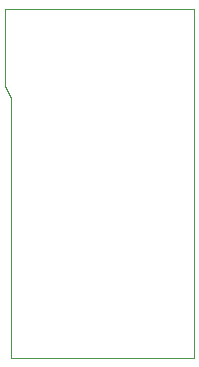
<source format=gbr>
%TF.GenerationSoftware,KiCad,Pcbnew,7.0.7*%
%TF.CreationDate,2023-09-01T15:02:05-05:00*%
%TF.ProjectId,SNES_RGB_BYPASS_AMP,534e4553-5f52-4474-925f-425950415353,rev?*%
%TF.SameCoordinates,Original*%
%TF.FileFunction,Profile,NP*%
%FSLAX46Y46*%
G04 Gerber Fmt 4.6, Leading zero omitted, Abs format (unit mm)*
G04 Created by KiCad (PCBNEW 7.0.7) date 2023-09-01 15:02:05*
%MOMM*%
%LPD*%
G01*
G04 APERTURE LIST*
%TA.AperFunction,Profile*%
%ADD10C,0.100000*%
%TD*%
G04 APERTURE END LIST*
D10*
X142500000Y-99000000D02*
X127500000Y-99000000D01*
X127000000Y-76000000D02*
X127500000Y-77000000D01*
X127000000Y-69500000D02*
X127000000Y-76000000D01*
X143000000Y-69500000D02*
X143000000Y-99000000D01*
X127000000Y-69500000D02*
X143000000Y-69500000D01*
X143000000Y-99000000D02*
X142500000Y-99000000D01*
X127500000Y-77000000D02*
X127500000Y-99000000D01*
M02*

</source>
